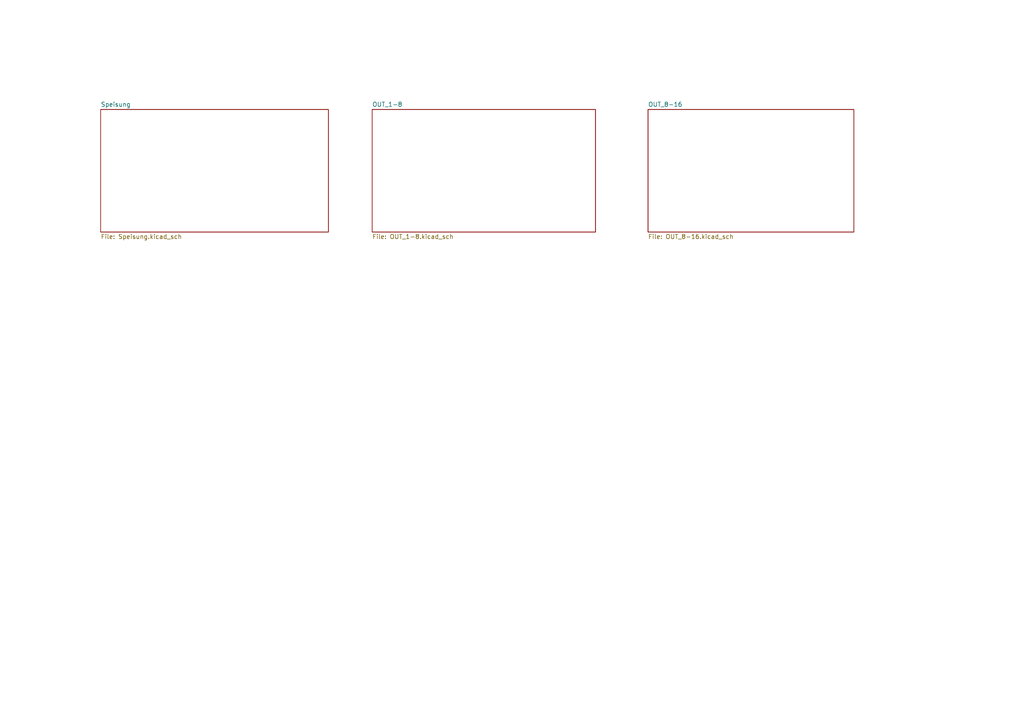
<source format=kicad_sch>
(kicad_sch (version 20230121) (generator eeschema)
  (paper "A4")
  (lib_symbols)
  (sheet (at 29.21 31.75) (size 66.04 35.56)
    (property "Sheetname" "Speisung" (at 29.21 31.0384 0) (effects (justify left bottom)))
    (property "Sheetfile" "Speisung.kicad_sch" (at 29.21 67.8946 0) (effects (justify left top)))
  )
  (sheet (at 107.95 31.75) (size 64.77 35.56)
    (property "Sheetname" "OUT_1-8" (at 107.95 31.0384 0) (effects (justify left bottom)))
    (property "Sheetfile" "OUT_1-8.kicad_sch" (at 107.95 67.8946 0) (effects (justify left top)))
  )
  (sheet (at 187.96 31.75) (size 59.69 35.56)
    (property "Sheetname" "OUT_8-16" (at 187.96 31.0384 0) (effects (justify left bottom)))
    (property "Sheetfile" "OUT_8-16.kicad_sch" (at 187.96 67.8946 0) (effects (justify left top)))
  )
)
</source>
